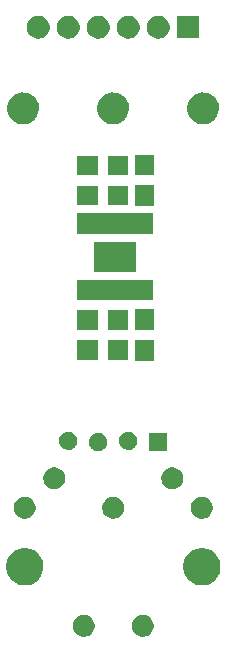
<source format=gbr>
G04 #@! TF.FileFunction,Soldermask,Bot*
%FSLAX46Y46*%
G04 Gerber Fmt 4.6, Leading zero omitted, Abs format (unit mm)*
G04 Created by KiCad (PCBNEW 4.0.6) date Tue Oct 10 10:25:47 2017*
%MOMM*%
%LPD*%
G01*
G04 APERTURE LIST*
%ADD10C,0.100000*%
G04 APERTURE END LIST*
D10*
G36*
X123835286Y-122264415D02*
X124013207Y-122300937D01*
X124180658Y-122371327D01*
X124331241Y-122472897D01*
X124459229Y-122601781D01*
X124559743Y-122753069D01*
X124628962Y-122921005D01*
X124664172Y-123098827D01*
X124664172Y-123098842D01*
X124664239Y-123099181D01*
X124661342Y-123306645D01*
X124661266Y-123306979D01*
X124661266Y-123306992D01*
X124621102Y-123483772D01*
X124547226Y-123649702D01*
X124442523Y-123798127D01*
X124310985Y-123923388D01*
X124157623Y-124020716D01*
X123988279Y-124086400D01*
X123809403Y-124117941D01*
X123627804Y-124114136D01*
X123450402Y-124075132D01*
X123283955Y-124002413D01*
X123134807Y-123898753D01*
X123008631Y-123768094D01*
X122910236Y-123615413D01*
X122843368Y-123446527D01*
X122810581Y-123267880D01*
X122813116Y-123086259D01*
X122850882Y-122908588D01*
X122922435Y-122741640D01*
X123025055Y-122591768D01*
X123154829Y-122464684D01*
X123306819Y-122365225D01*
X123475231Y-122297182D01*
X123653648Y-122263147D01*
X123835286Y-122264415D01*
X123835286Y-122264415D01*
G37*
G36*
X128835286Y-122264415D02*
X129013207Y-122300937D01*
X129180658Y-122371327D01*
X129331241Y-122472897D01*
X129459229Y-122601781D01*
X129559743Y-122753069D01*
X129628962Y-122921005D01*
X129664172Y-123098827D01*
X129664172Y-123098842D01*
X129664239Y-123099181D01*
X129661342Y-123306645D01*
X129661266Y-123306979D01*
X129661266Y-123306992D01*
X129621102Y-123483772D01*
X129547226Y-123649702D01*
X129442523Y-123798127D01*
X129310985Y-123923388D01*
X129157623Y-124020716D01*
X128988279Y-124086400D01*
X128809403Y-124117941D01*
X128627804Y-124114136D01*
X128450402Y-124075132D01*
X128283955Y-124002413D01*
X128134807Y-123898753D01*
X128008631Y-123768094D01*
X127910236Y-123615413D01*
X127843368Y-123446527D01*
X127810581Y-123267880D01*
X127813116Y-123086259D01*
X127850882Y-122908588D01*
X127922435Y-122741640D01*
X128025055Y-122591768D01*
X128154829Y-122464684D01*
X128306819Y-122365225D01*
X128475231Y-122297182D01*
X128653648Y-122263147D01*
X128835286Y-122264415D01*
X128835286Y-122264415D01*
G37*
G36*
X133903559Y-116614848D02*
X134206347Y-116677002D01*
X134491310Y-116796789D01*
X134747572Y-116969640D01*
X134965380Y-117188974D01*
X135136436Y-117446436D01*
X135254229Y-117732221D01*
X135314199Y-118035096D01*
X135314268Y-118035446D01*
X135309338Y-118388506D01*
X135309261Y-118388844D01*
X135309261Y-118388853D01*
X135240856Y-118689937D01*
X135115132Y-118972318D01*
X134936950Y-119224906D01*
X134713102Y-119438074D01*
X134452113Y-119603703D01*
X134163920Y-119715485D01*
X133859512Y-119769161D01*
X133550469Y-119762687D01*
X133248569Y-119696310D01*
X132965312Y-119572558D01*
X132711494Y-119396150D01*
X132496764Y-119173790D01*
X132329318Y-118913965D01*
X132215525Y-118626558D01*
X132159727Y-118322534D01*
X132164042Y-118013454D01*
X132228310Y-117711097D01*
X132350080Y-117426985D01*
X132524717Y-117171935D01*
X132745566Y-116955663D01*
X133004219Y-116786406D01*
X133290821Y-116670610D01*
X133594451Y-116612690D01*
X133903559Y-116614848D01*
X133903559Y-116614848D01*
G37*
G36*
X118903559Y-116614848D02*
X119206347Y-116677002D01*
X119491310Y-116796789D01*
X119747572Y-116969640D01*
X119965380Y-117188974D01*
X120136436Y-117446436D01*
X120254229Y-117732221D01*
X120314199Y-118035096D01*
X120314268Y-118035446D01*
X120309338Y-118388506D01*
X120309261Y-118388844D01*
X120309261Y-118388853D01*
X120240856Y-118689937D01*
X120115132Y-118972318D01*
X119936950Y-119224906D01*
X119713102Y-119438074D01*
X119452113Y-119603703D01*
X119163920Y-119715485D01*
X118859512Y-119769161D01*
X118550469Y-119762687D01*
X118248569Y-119696310D01*
X117965312Y-119572558D01*
X117711494Y-119396150D01*
X117496764Y-119173790D01*
X117329318Y-118913965D01*
X117215525Y-118626558D01*
X117159727Y-118322534D01*
X117164042Y-118013454D01*
X117228310Y-117711097D01*
X117350080Y-117426985D01*
X117524717Y-117171935D01*
X117745566Y-116955663D01*
X118004219Y-116786406D01*
X118290821Y-116670610D01*
X118594451Y-116612690D01*
X118903559Y-116614848D01*
X118903559Y-116614848D01*
G37*
G36*
X133835286Y-112264415D02*
X134013207Y-112300937D01*
X134180658Y-112371327D01*
X134331241Y-112472897D01*
X134459229Y-112601781D01*
X134559743Y-112753069D01*
X134628962Y-112921005D01*
X134664172Y-113098827D01*
X134664172Y-113098842D01*
X134664239Y-113099181D01*
X134661342Y-113306645D01*
X134661266Y-113306979D01*
X134661266Y-113306992D01*
X134621102Y-113483772D01*
X134547226Y-113649702D01*
X134442523Y-113798127D01*
X134310985Y-113923388D01*
X134157623Y-114020716D01*
X133988279Y-114086400D01*
X133809403Y-114117941D01*
X133627804Y-114114136D01*
X133450402Y-114075132D01*
X133283955Y-114002413D01*
X133134807Y-113898753D01*
X133008631Y-113768094D01*
X132910236Y-113615413D01*
X132843368Y-113446527D01*
X132810581Y-113267880D01*
X132813116Y-113086259D01*
X132850882Y-112908588D01*
X132922435Y-112741640D01*
X133025055Y-112591768D01*
X133154829Y-112464684D01*
X133306819Y-112365225D01*
X133475231Y-112297182D01*
X133653648Y-112263147D01*
X133835286Y-112264415D01*
X133835286Y-112264415D01*
G37*
G36*
X126335286Y-112264415D02*
X126513207Y-112300937D01*
X126680658Y-112371327D01*
X126831241Y-112472897D01*
X126959229Y-112601781D01*
X127059743Y-112753069D01*
X127128962Y-112921005D01*
X127164172Y-113098827D01*
X127164172Y-113098842D01*
X127164239Y-113099181D01*
X127161342Y-113306645D01*
X127161266Y-113306979D01*
X127161266Y-113306992D01*
X127121102Y-113483772D01*
X127047226Y-113649702D01*
X126942523Y-113798127D01*
X126810985Y-113923388D01*
X126657623Y-114020716D01*
X126488279Y-114086400D01*
X126309403Y-114117941D01*
X126127804Y-114114136D01*
X125950402Y-114075132D01*
X125783955Y-114002413D01*
X125634807Y-113898753D01*
X125508631Y-113768094D01*
X125410236Y-113615413D01*
X125343368Y-113446527D01*
X125310581Y-113267880D01*
X125313116Y-113086259D01*
X125350882Y-112908588D01*
X125422435Y-112741640D01*
X125525055Y-112591768D01*
X125654829Y-112464684D01*
X125806819Y-112365225D01*
X125975231Y-112297182D01*
X126153648Y-112263147D01*
X126335286Y-112264415D01*
X126335286Y-112264415D01*
G37*
G36*
X118835286Y-112264415D02*
X119013207Y-112300937D01*
X119180658Y-112371327D01*
X119331241Y-112472897D01*
X119459229Y-112601781D01*
X119559743Y-112753069D01*
X119628962Y-112921005D01*
X119664172Y-113098827D01*
X119664172Y-113098842D01*
X119664239Y-113099181D01*
X119661342Y-113306645D01*
X119661266Y-113306979D01*
X119661266Y-113306992D01*
X119621102Y-113483772D01*
X119547226Y-113649702D01*
X119442523Y-113798127D01*
X119310985Y-113923388D01*
X119157623Y-114020716D01*
X118988279Y-114086400D01*
X118809403Y-114117941D01*
X118627804Y-114114136D01*
X118450402Y-114075132D01*
X118283955Y-114002413D01*
X118134807Y-113898753D01*
X118008631Y-113768094D01*
X117910236Y-113615413D01*
X117843368Y-113446527D01*
X117810581Y-113267880D01*
X117813116Y-113086259D01*
X117850882Y-112908588D01*
X117922435Y-112741640D01*
X118025055Y-112591768D01*
X118154829Y-112464684D01*
X118306819Y-112365225D01*
X118475231Y-112297182D01*
X118653648Y-112263147D01*
X118835286Y-112264415D01*
X118835286Y-112264415D01*
G37*
G36*
X121335286Y-109764415D02*
X121513207Y-109800937D01*
X121680658Y-109871327D01*
X121831241Y-109972897D01*
X121959229Y-110101781D01*
X122059743Y-110253069D01*
X122128962Y-110421005D01*
X122164172Y-110598827D01*
X122164172Y-110598842D01*
X122164239Y-110599181D01*
X122161342Y-110806645D01*
X122161266Y-110806979D01*
X122161266Y-110806992D01*
X122121102Y-110983772D01*
X122047226Y-111149702D01*
X121942523Y-111298127D01*
X121810985Y-111423388D01*
X121657623Y-111520716D01*
X121488279Y-111586400D01*
X121309403Y-111617941D01*
X121127804Y-111614136D01*
X120950402Y-111575132D01*
X120783955Y-111502413D01*
X120634807Y-111398753D01*
X120508631Y-111268094D01*
X120410236Y-111115413D01*
X120343368Y-110946527D01*
X120310581Y-110767880D01*
X120313116Y-110586259D01*
X120350882Y-110408588D01*
X120422435Y-110241640D01*
X120525055Y-110091768D01*
X120654829Y-109964684D01*
X120806819Y-109865225D01*
X120975231Y-109797182D01*
X121153648Y-109763147D01*
X121335286Y-109764415D01*
X121335286Y-109764415D01*
G37*
G36*
X131335286Y-109764415D02*
X131513207Y-109800937D01*
X131680658Y-109871327D01*
X131831241Y-109972897D01*
X131959229Y-110101781D01*
X132059743Y-110253069D01*
X132128962Y-110421005D01*
X132164172Y-110598827D01*
X132164172Y-110598842D01*
X132164239Y-110599181D01*
X132161342Y-110806645D01*
X132161266Y-110806979D01*
X132161266Y-110806992D01*
X132121102Y-110983772D01*
X132047226Y-111149702D01*
X131942523Y-111298127D01*
X131810985Y-111423388D01*
X131657623Y-111520716D01*
X131488279Y-111586400D01*
X131309403Y-111617941D01*
X131127804Y-111614136D01*
X130950402Y-111575132D01*
X130783955Y-111502413D01*
X130634807Y-111398753D01*
X130508631Y-111268094D01*
X130410236Y-111115413D01*
X130343368Y-110946527D01*
X130310581Y-110767880D01*
X130313116Y-110586259D01*
X130350882Y-110408588D01*
X130422435Y-110241640D01*
X130525055Y-110091768D01*
X130654829Y-109964684D01*
X130806819Y-109865225D01*
X130975231Y-109797182D01*
X131153648Y-109763147D01*
X131335286Y-109764415D01*
X131335286Y-109764415D01*
G37*
G36*
X125049374Y-106855774D02*
X125198190Y-106886322D01*
X125338252Y-106945199D01*
X125464201Y-107030153D01*
X125571259Y-107137959D01*
X125655330Y-107264498D01*
X125713225Y-107404961D01*
X125742665Y-107553648D01*
X125742665Y-107553653D01*
X125742733Y-107553997D01*
X125740310Y-107727525D01*
X125740233Y-107727863D01*
X125740233Y-107727872D01*
X125706652Y-107875680D01*
X125644860Y-108014468D01*
X125557283Y-108138614D01*
X125447261Y-108243387D01*
X125318985Y-108324794D01*
X125177338Y-108379735D01*
X125027724Y-108406116D01*
X124875828Y-108402934D01*
X124727445Y-108370311D01*
X124588223Y-108309486D01*
X124463475Y-108222783D01*
X124357933Y-108113491D01*
X124275634Y-107985788D01*
X124219704Y-107844526D01*
X124192280Y-107695101D01*
X124194400Y-107543188D01*
X124225989Y-107394579D01*
X124285838Y-107254939D01*
X124371673Y-107129582D01*
X124480219Y-107023285D01*
X124607348Y-106940094D01*
X124748212Y-106883181D01*
X124897445Y-106854714D01*
X125049374Y-106855774D01*
X125049374Y-106855774D01*
G37*
G36*
X130822700Y-108404660D02*
X129273300Y-108404660D01*
X129273300Y-106855260D01*
X130822700Y-106855260D01*
X130822700Y-108404660D01*
X130822700Y-108404660D01*
G37*
G36*
X122509374Y-106733854D02*
X122658190Y-106764402D01*
X122798252Y-106823279D01*
X122924201Y-106908233D01*
X123031259Y-107016039D01*
X123115330Y-107142578D01*
X123173225Y-107283041D01*
X123202665Y-107431728D01*
X123202665Y-107431733D01*
X123202733Y-107432077D01*
X123200310Y-107605605D01*
X123200233Y-107605943D01*
X123200233Y-107605952D01*
X123166652Y-107753760D01*
X123104860Y-107892548D01*
X123017283Y-108016694D01*
X122907261Y-108121467D01*
X122778985Y-108202874D01*
X122637338Y-108257815D01*
X122487724Y-108284196D01*
X122335828Y-108281014D01*
X122187445Y-108248391D01*
X122048223Y-108187566D01*
X121923475Y-108100863D01*
X121817933Y-107991571D01*
X121735634Y-107863868D01*
X121679704Y-107722606D01*
X121652280Y-107573181D01*
X121654400Y-107421268D01*
X121685989Y-107272659D01*
X121745838Y-107133019D01*
X121831673Y-107007662D01*
X121940219Y-106901365D01*
X122067348Y-106818174D01*
X122208212Y-106761261D01*
X122357445Y-106732794D01*
X122509374Y-106733854D01*
X122509374Y-106733854D01*
G37*
G36*
X127589374Y-106733854D02*
X127738190Y-106764402D01*
X127878252Y-106823279D01*
X128004201Y-106908233D01*
X128111259Y-107016039D01*
X128195330Y-107142578D01*
X128253225Y-107283041D01*
X128282665Y-107431728D01*
X128282665Y-107431733D01*
X128282733Y-107432077D01*
X128280310Y-107605605D01*
X128280233Y-107605943D01*
X128280233Y-107605952D01*
X128246652Y-107753760D01*
X128184860Y-107892548D01*
X128097283Y-108016694D01*
X127987261Y-108121467D01*
X127858985Y-108202874D01*
X127717338Y-108257815D01*
X127567724Y-108284196D01*
X127415828Y-108281014D01*
X127267445Y-108248391D01*
X127128223Y-108187566D01*
X127003475Y-108100863D01*
X126897933Y-107991571D01*
X126815634Y-107863868D01*
X126759704Y-107722606D01*
X126732280Y-107573181D01*
X126734400Y-107421268D01*
X126765989Y-107272659D01*
X126825838Y-107133019D01*
X126911673Y-107007662D01*
X127020219Y-106901365D01*
X127147348Y-106818174D01*
X127288212Y-106761261D01*
X127437445Y-106732794D01*
X127589374Y-106733854D01*
X127589374Y-106733854D01*
G37*
G36*
X129731200Y-100728200D02*
X128078800Y-100728200D01*
X128078800Y-98975800D01*
X129731200Y-98975800D01*
X129731200Y-100728200D01*
X129731200Y-100728200D01*
G37*
G36*
X124925200Y-100648200D02*
X123172800Y-100648200D01*
X123172800Y-98995800D01*
X124925200Y-98995800D01*
X124925200Y-100648200D01*
X124925200Y-100648200D01*
G37*
G36*
X127525200Y-100648200D02*
X125772800Y-100648200D01*
X125772800Y-98995800D01*
X127525200Y-98995800D01*
X127525200Y-100648200D01*
X127525200Y-100648200D01*
G37*
G36*
X129731200Y-98128200D02*
X128078800Y-98128200D01*
X128078800Y-96375800D01*
X129731200Y-96375800D01*
X129731200Y-98128200D01*
X129731200Y-98128200D01*
G37*
G36*
X127525200Y-98108200D02*
X125772800Y-98108200D01*
X125772800Y-96455800D01*
X127525200Y-96455800D01*
X127525200Y-98108200D01*
X127525200Y-98108200D01*
G37*
G36*
X124925200Y-98108200D02*
X123172800Y-98108200D01*
X123172800Y-96455800D01*
X124925200Y-96455800D01*
X124925200Y-98108200D01*
X124925200Y-98108200D01*
G37*
G36*
X129566200Y-95624200D02*
X123163800Y-95624200D01*
X123163800Y-93871800D01*
X129566200Y-93871800D01*
X129566200Y-95624200D01*
X129566200Y-95624200D01*
G37*
G36*
X128131200Y-93224200D02*
X124598800Y-93224200D01*
X124598800Y-90671800D01*
X128131200Y-90671800D01*
X128131200Y-93224200D01*
X128131200Y-93224200D01*
G37*
G36*
X129566200Y-90024200D02*
X123163800Y-90024200D01*
X123163800Y-88271800D01*
X129566200Y-88271800D01*
X129566200Y-90024200D01*
X129566200Y-90024200D01*
G37*
G36*
X129731200Y-87647200D02*
X128078800Y-87647200D01*
X128078800Y-85894800D01*
X129731200Y-85894800D01*
X129731200Y-87647200D01*
X129731200Y-87647200D01*
G37*
G36*
X124925200Y-87567200D02*
X123172800Y-87567200D01*
X123172800Y-85914800D01*
X124925200Y-85914800D01*
X124925200Y-87567200D01*
X124925200Y-87567200D01*
G37*
G36*
X127525200Y-87567200D02*
X125772800Y-87567200D01*
X125772800Y-85914800D01*
X127525200Y-85914800D01*
X127525200Y-87567200D01*
X127525200Y-87567200D01*
G37*
G36*
X129731200Y-85047200D02*
X128078800Y-85047200D01*
X128078800Y-83294800D01*
X129731200Y-83294800D01*
X129731200Y-85047200D01*
X129731200Y-85047200D01*
G37*
G36*
X124925200Y-85027200D02*
X123172800Y-85027200D01*
X123172800Y-83374800D01*
X124925200Y-83374800D01*
X124925200Y-85027200D01*
X124925200Y-85027200D01*
G37*
G36*
X127525200Y-85027200D02*
X125772800Y-85027200D01*
X125772800Y-83374800D01*
X127525200Y-83374800D01*
X127525200Y-85027200D01*
X127525200Y-85027200D01*
G37*
G36*
X118759401Y-78029695D02*
X119018005Y-78082779D01*
X119261387Y-78185087D01*
X119480255Y-78332716D01*
X119666280Y-78520044D01*
X119812376Y-78739937D01*
X119912980Y-78984020D01*
X119960539Y-79224214D01*
X119964258Y-79242998D01*
X119960047Y-79544540D01*
X119959970Y-79544878D01*
X119959970Y-79544887D01*
X119901558Y-79801986D01*
X119794180Y-80043161D01*
X119641999Y-80258891D01*
X119450814Y-80440954D01*
X119227909Y-80582414D01*
X118981770Y-80677885D01*
X118721781Y-80723729D01*
X118457833Y-80718199D01*
X118199987Y-80661508D01*
X117958063Y-80555814D01*
X117741280Y-80405146D01*
X117557887Y-80215238D01*
X117414874Y-79993324D01*
X117317685Y-79747854D01*
X117270029Y-79488195D01*
X117273714Y-79224215D01*
X117328605Y-78965979D01*
X117432606Y-78723325D01*
X117581760Y-78505491D01*
X117770382Y-78320778D01*
X117991293Y-78176219D01*
X118236074Y-78077320D01*
X118495398Y-78027852D01*
X118759401Y-78029695D01*
X118759401Y-78029695D01*
G37*
G36*
X126379401Y-78029695D02*
X126638005Y-78082779D01*
X126881387Y-78185087D01*
X127100255Y-78332716D01*
X127286280Y-78520044D01*
X127432376Y-78739937D01*
X127532980Y-78984020D01*
X127580539Y-79224214D01*
X127584258Y-79242998D01*
X127580047Y-79544540D01*
X127579970Y-79544878D01*
X127579970Y-79544887D01*
X127521558Y-79801986D01*
X127414180Y-80043161D01*
X127261999Y-80258891D01*
X127070814Y-80440954D01*
X126847909Y-80582414D01*
X126601770Y-80677885D01*
X126341781Y-80723729D01*
X126077833Y-80718199D01*
X125819987Y-80661508D01*
X125578063Y-80555814D01*
X125361280Y-80405146D01*
X125177887Y-80215238D01*
X125034874Y-79993324D01*
X124937685Y-79747854D01*
X124890029Y-79488195D01*
X124893714Y-79224215D01*
X124948605Y-78965979D01*
X125052606Y-78723325D01*
X125201760Y-78505491D01*
X125390382Y-78320778D01*
X125611293Y-78176219D01*
X125856074Y-78077320D01*
X126115398Y-78027852D01*
X126379401Y-78029695D01*
X126379401Y-78029695D01*
G37*
G36*
X133999401Y-78029695D02*
X134258005Y-78082779D01*
X134501387Y-78185087D01*
X134720255Y-78332716D01*
X134906280Y-78520044D01*
X135052376Y-78739937D01*
X135152980Y-78984020D01*
X135200539Y-79224214D01*
X135204258Y-79242998D01*
X135200047Y-79544540D01*
X135199970Y-79544878D01*
X135199970Y-79544887D01*
X135141558Y-79801986D01*
X135034180Y-80043161D01*
X134881999Y-80258891D01*
X134690814Y-80440954D01*
X134467909Y-80582414D01*
X134221770Y-80677885D01*
X133961781Y-80723729D01*
X133697833Y-80718199D01*
X133439987Y-80661508D01*
X133198063Y-80555814D01*
X132981280Y-80405146D01*
X132797887Y-80215238D01*
X132654874Y-79993324D01*
X132557685Y-79747854D01*
X132510029Y-79488195D01*
X132513714Y-79224215D01*
X132568605Y-78965979D01*
X132672606Y-78723325D01*
X132821760Y-78505491D01*
X133010382Y-78320778D01*
X133231293Y-78176219D01*
X133476074Y-78077320D01*
X133735398Y-78027852D01*
X133999401Y-78029695D01*
X133999401Y-78029695D01*
G37*
G36*
X122529383Y-71552441D02*
X122714795Y-71590501D01*
X122889297Y-71663855D01*
X123046221Y-71769702D01*
X123179598Y-71904012D01*
X123284345Y-72061671D01*
X123356477Y-72236674D01*
X123393174Y-72422008D01*
X123393174Y-72422018D01*
X123393241Y-72422357D01*
X123390222Y-72638557D01*
X123390146Y-72638891D01*
X123390146Y-72638904D01*
X123348288Y-72823142D01*
X123271300Y-72996059D01*
X123162188Y-73150735D01*
X123025113Y-73281270D01*
X122865294Y-73382694D01*
X122688816Y-73451145D01*
X122502410Y-73484014D01*
X122313162Y-73480049D01*
X122128293Y-73439404D01*
X121954836Y-73363622D01*
X121799408Y-73255597D01*
X121667919Y-73119436D01*
X121565381Y-72960328D01*
X121495698Y-72784330D01*
X121461529Y-72598158D01*
X121464171Y-72408891D01*
X121503527Y-72223739D01*
X121578093Y-72049761D01*
X121685035Y-71893578D01*
X121820273Y-71761142D01*
X121978663Y-71657496D01*
X122154166Y-71586587D01*
X122340096Y-71551120D01*
X122529383Y-71552441D01*
X122529383Y-71552441D01*
G37*
G36*
X119989383Y-71552441D02*
X120174795Y-71590501D01*
X120349297Y-71663855D01*
X120506221Y-71769702D01*
X120639598Y-71904012D01*
X120744345Y-72061671D01*
X120816477Y-72236674D01*
X120853174Y-72422008D01*
X120853174Y-72422018D01*
X120853241Y-72422357D01*
X120850222Y-72638557D01*
X120850146Y-72638891D01*
X120850146Y-72638904D01*
X120808288Y-72823142D01*
X120731300Y-72996059D01*
X120622188Y-73150735D01*
X120485113Y-73281270D01*
X120325294Y-73382694D01*
X120148816Y-73451145D01*
X119962410Y-73484014D01*
X119773162Y-73480049D01*
X119588293Y-73439404D01*
X119414836Y-73363622D01*
X119259408Y-73255597D01*
X119127919Y-73119436D01*
X119025381Y-72960328D01*
X118955698Y-72784330D01*
X118921529Y-72598158D01*
X118924171Y-72408891D01*
X118963527Y-72223739D01*
X119038093Y-72049761D01*
X119145035Y-71893578D01*
X119280273Y-71761142D01*
X119438663Y-71657496D01*
X119614166Y-71586587D01*
X119800096Y-71551120D01*
X119989383Y-71552441D01*
X119989383Y-71552441D01*
G37*
G36*
X125069383Y-71552441D02*
X125254795Y-71590501D01*
X125429297Y-71663855D01*
X125586221Y-71769702D01*
X125719598Y-71904012D01*
X125824345Y-72061671D01*
X125896477Y-72236674D01*
X125933174Y-72422008D01*
X125933174Y-72422018D01*
X125933241Y-72422357D01*
X125930222Y-72638557D01*
X125930146Y-72638891D01*
X125930146Y-72638904D01*
X125888288Y-72823142D01*
X125811300Y-72996059D01*
X125702188Y-73150735D01*
X125565113Y-73281270D01*
X125405294Y-73382694D01*
X125228816Y-73451145D01*
X125042410Y-73484014D01*
X124853162Y-73480049D01*
X124668293Y-73439404D01*
X124494836Y-73363622D01*
X124339408Y-73255597D01*
X124207919Y-73119436D01*
X124105381Y-72960328D01*
X124035698Y-72784330D01*
X124001529Y-72598158D01*
X124004171Y-72408891D01*
X124043527Y-72223739D01*
X124118093Y-72049761D01*
X124225035Y-71893578D01*
X124360273Y-71761142D01*
X124518663Y-71657496D01*
X124694166Y-71586587D01*
X124880096Y-71551120D01*
X125069383Y-71552441D01*
X125069383Y-71552441D01*
G37*
G36*
X127609383Y-71552441D02*
X127794795Y-71590501D01*
X127969297Y-71663855D01*
X128126221Y-71769702D01*
X128259598Y-71904012D01*
X128364345Y-72061671D01*
X128436477Y-72236674D01*
X128473174Y-72422008D01*
X128473174Y-72422018D01*
X128473241Y-72422357D01*
X128470222Y-72638557D01*
X128470146Y-72638891D01*
X128470146Y-72638904D01*
X128428288Y-72823142D01*
X128351300Y-72996059D01*
X128242188Y-73150735D01*
X128105113Y-73281270D01*
X127945294Y-73382694D01*
X127768816Y-73451145D01*
X127582410Y-73484014D01*
X127393162Y-73480049D01*
X127208293Y-73439404D01*
X127034836Y-73363622D01*
X126879408Y-73255597D01*
X126747919Y-73119436D01*
X126645381Y-72960328D01*
X126575698Y-72784330D01*
X126541529Y-72598158D01*
X126544171Y-72408891D01*
X126583527Y-72223739D01*
X126658093Y-72049761D01*
X126765035Y-71893578D01*
X126900273Y-71761142D01*
X127058663Y-71657496D01*
X127234166Y-71586587D01*
X127420096Y-71551120D01*
X127609383Y-71552441D01*
X127609383Y-71552441D01*
G37*
G36*
X130149383Y-71552441D02*
X130334795Y-71590501D01*
X130509297Y-71663855D01*
X130666221Y-71769702D01*
X130799598Y-71904012D01*
X130904345Y-72061671D01*
X130976477Y-72236674D01*
X131013174Y-72422008D01*
X131013174Y-72422018D01*
X131013241Y-72422357D01*
X131010222Y-72638557D01*
X131010146Y-72638891D01*
X131010146Y-72638904D01*
X130968288Y-72823142D01*
X130891300Y-72996059D01*
X130782188Y-73150735D01*
X130645113Y-73281270D01*
X130485294Y-73382694D01*
X130308816Y-73451145D01*
X130122410Y-73484014D01*
X129933162Y-73480049D01*
X129748293Y-73439404D01*
X129574836Y-73363622D01*
X129419408Y-73255597D01*
X129287919Y-73119436D01*
X129185381Y-72960328D01*
X129115698Y-72784330D01*
X129081529Y-72598158D01*
X129084171Y-72408891D01*
X129123527Y-72223739D01*
X129198093Y-72049761D01*
X129305035Y-71893578D01*
X129440273Y-71761142D01*
X129598663Y-71657496D01*
X129774166Y-71586587D01*
X129960096Y-71551120D01*
X130149383Y-71552441D01*
X130149383Y-71552441D01*
G37*
G36*
X133515100Y-73444100D02*
X131660900Y-73444100D01*
X131660900Y-71589900D01*
X133515100Y-71589900D01*
X133515100Y-73444100D01*
X133515100Y-73444100D01*
G37*
M02*

</source>
